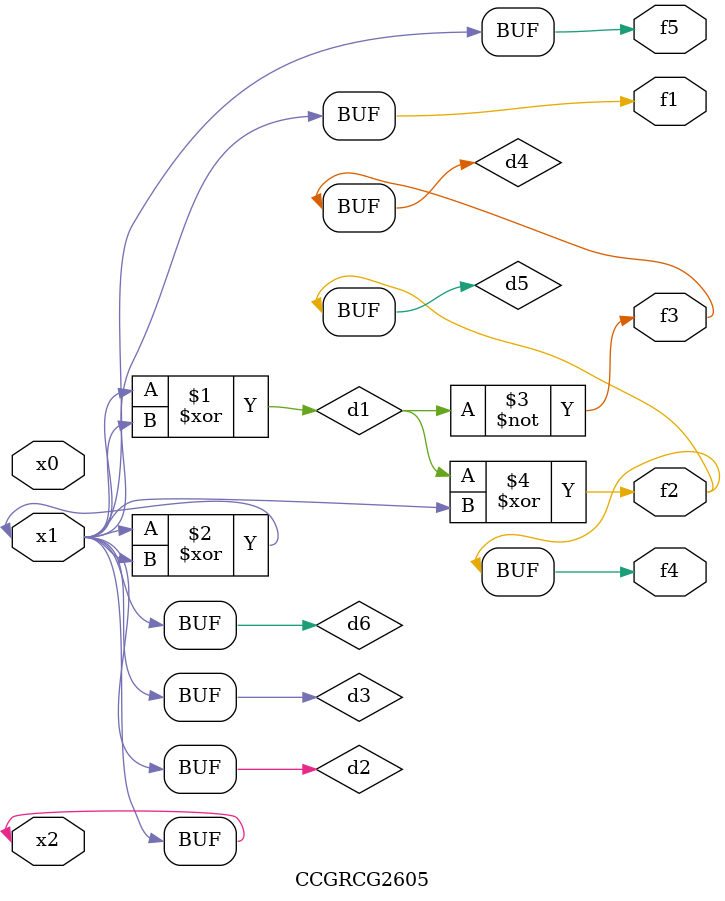
<source format=v>
module CCGRCG2605(
	input x0, x1, x2,
	output f1, f2, f3, f4, f5
);

	wire d1, d2, d3, d4, d5, d6;

	xor (d1, x1, x2);
	buf (d2, x1, x2);
	xor (d3, x1, x2);
	nor (d4, d1);
	xor (d5, d1, d2);
	buf (d6, d2, d3);
	assign f1 = d6;
	assign f2 = d5;
	assign f3 = d4;
	assign f4 = d5;
	assign f5 = d6;
endmodule

</source>
